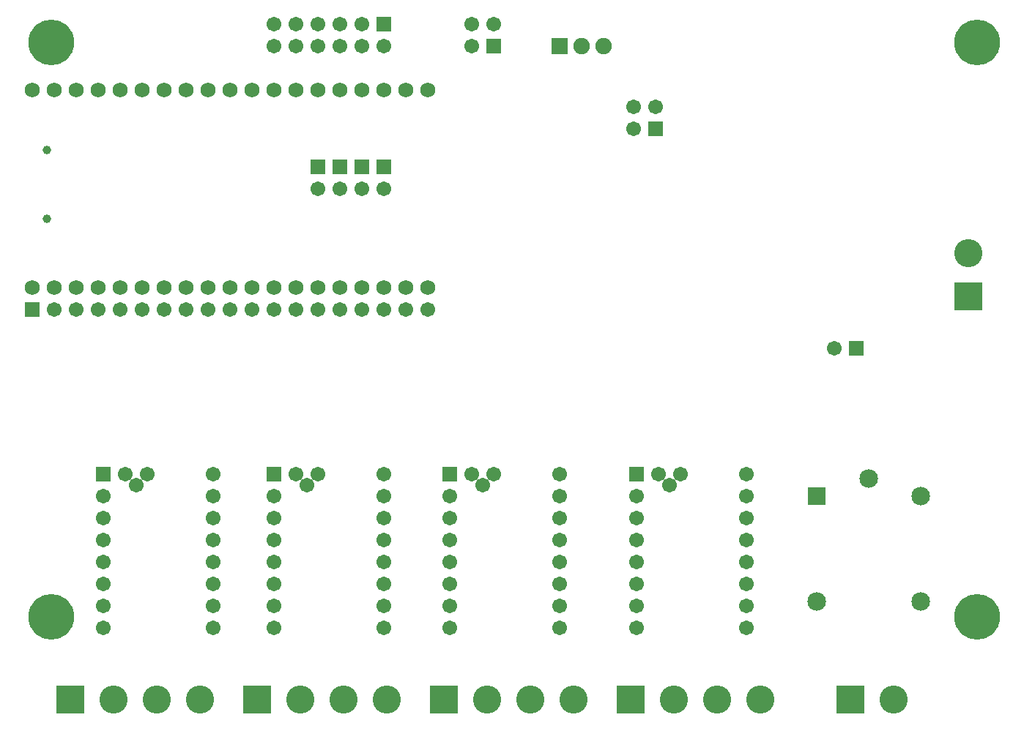
<source format=gbr>
G04 DipTrace 3.3.1.3*
G04 BottomMask.gbr*
%MOIN*%
G04 #@! TF.FileFunction,Soldermask,Bot*
G04 #@! TF.Part,Single*
%ADD57C,0.03937*%
%ADD76C,0.067031*%
%ADD78R,0.067031X0.067031*%
%ADD80C,0.068031*%
%ADD86C,0.208031*%
%ADD90R,0.084803X0.084803*%
%ADD92C,0.084803*%
%ADD102C,0.074961*%
%ADD104R,0.074961X0.074961*%
%ADD106C,0.067087*%
%ADD108R,0.067087X0.067087*%
%ADD110C,0.128031*%
%ADD112R,0.128031X0.128031*%
%FSLAX26Y26*%
G04*
G70*
G90*
G75*
G01*
G04 BotMask*
%LPD*%
D112*
X4706201Y2406201D3*
D110*
Y2603051D3*
D108*
X2543701Y3543701D3*
D106*
X2443701D3*
X2543701Y3643701D3*
X2443701D3*
D108*
X443701Y2343701D3*
D106*
X543701D3*
X643701D3*
X743701D3*
X843701D3*
X943701D3*
X1043701D3*
X1143701D3*
X1243701D3*
X1343701D3*
X1443701D3*
X1543701D3*
X1643701D3*
X1743701D3*
X1843701D3*
X1943701D3*
X2043701D3*
X2143701D3*
X2243701D3*
D108*
X2043701Y3643701D3*
D106*
Y3543701D3*
X1943701Y3643701D3*
Y3543701D3*
X1843701Y3643701D3*
Y3543701D3*
X1743701Y3643701D3*
Y3543701D3*
X1643701Y3643701D3*
Y3543701D3*
X1543701Y3643701D3*
Y3543701D3*
D104*
X2843701D3*
D102*
X2943701D3*
X3043701D3*
D57*
X512598Y3072835D3*
Y2757874D3*
D108*
X2043701Y2993701D3*
D106*
Y2893701D3*
D108*
X1943701Y2993701D3*
D106*
Y2893701D3*
D108*
X1843701Y2993701D3*
D106*
Y2893701D3*
D108*
X1743701Y2993701D3*
D106*
Y2893701D3*
D108*
X4193701Y2168701D3*
D106*
X4093701D3*
D92*
X4251969Y1574803D3*
D90*
X4015748Y1496063D3*
D92*
X4488189D3*
X4015748Y1015748D3*
X4488189D3*
D86*
X531496Y944882D3*
X4744094Y3562992D3*
X531496D3*
X4744094Y944882D3*
D112*
X4168701Y568701D3*
D110*
X4365551D3*
D112*
X618701D3*
D110*
X815551D3*
X1012402D3*
X1209252D3*
D112*
X1468701D3*
D110*
X1665551D3*
X1862402D3*
X2059252D3*
D112*
X2318701D3*
D110*
X2515551D3*
X2712402D3*
X2909252D3*
D112*
X3168701D3*
D110*
X3365551D3*
X3562402D3*
X3759252D3*
D80*
X443701Y3343701D3*
X543701D3*
X643701D3*
X743701D3*
X843701D3*
X943701D3*
X1043701D3*
X1143701D3*
X1243701D3*
X1343701D3*
X1443701D3*
X1543701D3*
X1643701D3*
X1743701D3*
X1843701D3*
X1943701D3*
X2043701D3*
X2143701D3*
X2243701D3*
X443701Y2443701D3*
X543701D3*
X643701D3*
X743701D3*
X843701D3*
X943701D3*
X1043701D3*
X1143701D3*
X1243701D3*
X1343701D3*
X1443701D3*
X1543701D3*
X1643701D3*
X1743701D3*
X1843701D3*
X1943701D3*
X2043701D3*
X2143701D3*
X2243701D3*
D78*
X768701Y1593701D3*
D76*
Y1493701D3*
Y1393701D3*
Y1293701D3*
Y1193701D3*
Y1093701D3*
Y993701D3*
Y893701D3*
X1268701D3*
Y993701D3*
Y1093701D3*
Y1193701D3*
Y1293701D3*
Y1393701D3*
Y1493701D3*
Y1593701D3*
X868701D3*
X918701Y1543701D3*
X968701Y1593701D3*
D78*
X1543701D3*
D76*
Y1493701D3*
Y1393701D3*
Y1293701D3*
Y1193701D3*
Y1093701D3*
Y993701D3*
Y893701D3*
X2043701D3*
Y993701D3*
Y1093701D3*
Y1193701D3*
Y1293701D3*
Y1393701D3*
Y1493701D3*
Y1593701D3*
X1643701D3*
X1693701Y1543701D3*
X1743701Y1593701D3*
D78*
X2343701D3*
D76*
Y1493701D3*
Y1393701D3*
Y1293701D3*
Y1193701D3*
Y1093701D3*
Y993701D3*
Y893701D3*
X2843701D3*
Y993701D3*
Y1093701D3*
Y1193701D3*
Y1293701D3*
Y1393701D3*
Y1493701D3*
Y1593701D3*
X2443701D3*
X2493701Y1543701D3*
X2543701Y1593701D3*
D78*
X3193701D3*
D76*
Y1493701D3*
Y1393701D3*
Y1293701D3*
Y1193701D3*
Y1093701D3*
Y993701D3*
Y893701D3*
X3693701D3*
Y993701D3*
Y1093701D3*
Y1193701D3*
Y1293701D3*
Y1393701D3*
Y1493701D3*
Y1593701D3*
X3293701D3*
X3343701Y1543701D3*
X3393701Y1593701D3*
D108*
X3281201Y3168701D3*
D106*
X3181201D3*
X3281201Y3268701D3*
X3181201D3*
M02*

</source>
